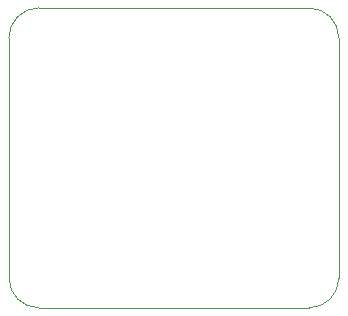
<source format=gbr>
%TF.GenerationSoftware,KiCad,Pcbnew,7.0.10*%
%TF.CreationDate,2024-05-08T17:05:56+09:00*%
%TF.ProjectId,CANFD_Module_withMCP2517FD&MCP2562FD,43414e46-445f-44d6-9f64-756c655f7769,rev?*%
%TF.SameCoordinates,Original*%
%TF.FileFunction,Profile,NP*%
%FSLAX46Y46*%
G04 Gerber Fmt 4.6, Leading zero omitted, Abs format (unit mm)*
G04 Created by KiCad (PCBNEW 7.0.10) date 2024-05-08 17:05:56*
%MOMM*%
%LPD*%
G01*
G04 APERTURE LIST*
%TA.AperFunction,Profile*%
%ADD10C,0.100000*%
%TD*%
G04 APERTURE END LIST*
D10*
X139700000Y-63500000D02*
X116840000Y-63500000D01*
X142240000Y-86360000D02*
X142240000Y-66040000D01*
X116840000Y-88900000D02*
X139700000Y-88900000D01*
X114300000Y-66040000D02*
X114300000Y-86360000D01*
X114300000Y-86360000D02*
G75*
G03*
X116840000Y-88900000I2540000J0D01*
G01*
X116840000Y-63500000D02*
G75*
G03*
X114300000Y-66040000I0J-2540000D01*
G01*
X139700000Y-88900000D02*
G75*
G03*
X142240000Y-86360000I0J2540000D01*
G01*
X142240000Y-66040000D02*
G75*
G03*
X139700000Y-63500000I-2540000J0D01*
G01*
M02*

</source>
